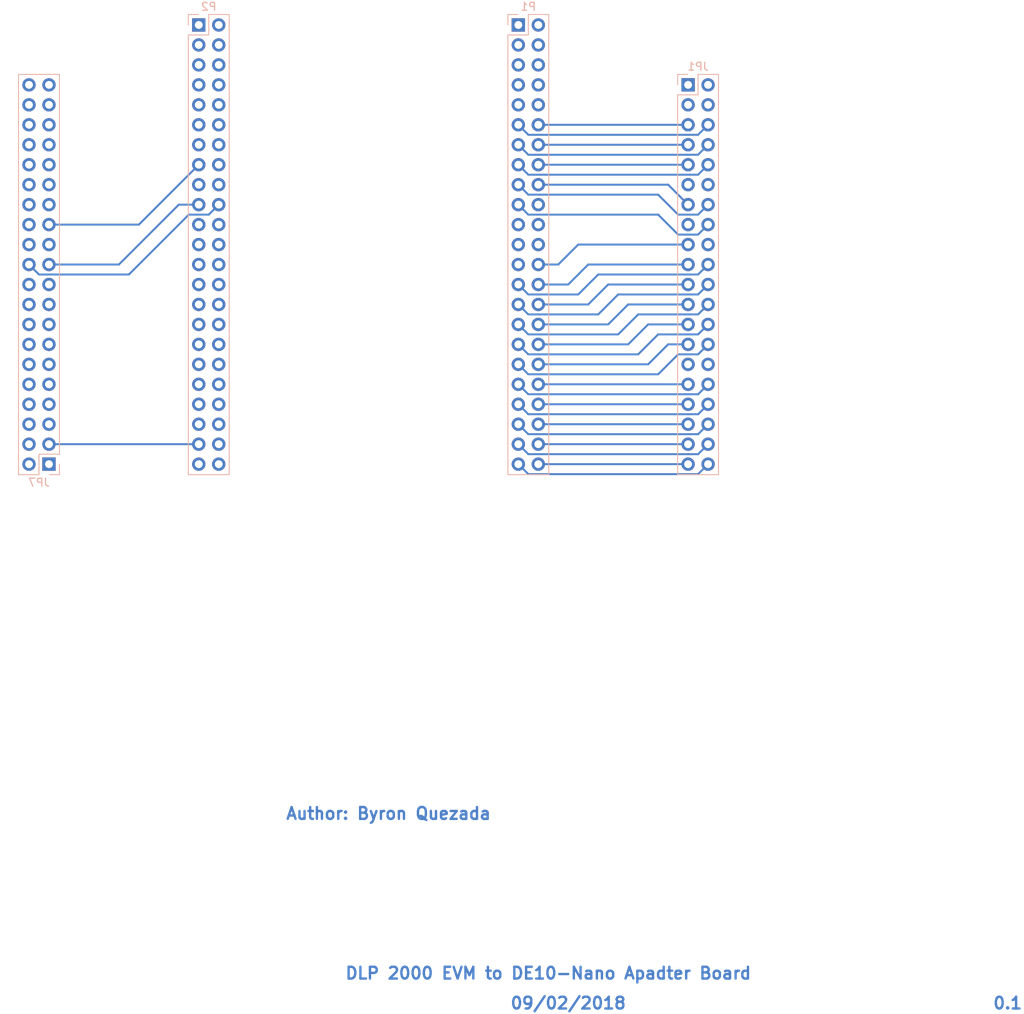
<source format=kicad_pcb>
(kicad_pcb (version 4) (host pcbnew 4.0.6)

  (general
    (links 46)
    (no_connects 12)
    (area 142.286667 65.275 272.295714 194.39)
    (thickness 1.6)
    (drawings 4)
    (tracks 98)
    (zones 0)
    (modules 4)
    (nets 127)
  )

  (page A4)
  (layers
    (0 F.Cu signal)
    (31 B.Cu signal)
    (32 B.Adhes user)
    (33 F.Adhes user hide)
    (34 B.Paste user)
    (35 F.Paste user hide)
    (36 B.SilkS user)
    (37 F.SilkS user hide)
    (38 B.Mask user)
    (39 F.Mask user hide)
    (40 Dwgs.User user)
    (41 Cmts.User user)
    (42 Eco1.User user)
    (43 Eco2.User user)
    (44 Edge.Cuts user)
    (45 Margin user)
    (46 B.CrtYd user)
    (47 F.CrtYd user hide)
    (48 B.Fab user)
    (49 F.Fab user hide)
  )

  (setup
    (last_trace_width 0.25)
    (trace_clearance 0.2)
    (zone_clearance 0.508)
    (zone_45_only no)
    (trace_min 0.2)
    (segment_width 0.2)
    (edge_width 0.15)
    (via_size 0.6)
    (via_drill 0.4)
    (via_min_size 0.4)
    (via_min_drill 0.3)
    (uvia_size 0.3)
    (uvia_drill 0.1)
    (uvias_allowed no)
    (uvia_min_size 0.2)
    (uvia_min_drill 0.1)
    (pcb_text_width 0.3)
    (pcb_text_size 1.5 1.5)
    (mod_edge_width 0.15)
    (mod_text_size 1 1)
    (mod_text_width 0.15)
    (pad_size 1.524 1.524)
    (pad_drill 0.762)
    (pad_to_mask_clearance 0.2)
    (aux_axis_origin 0 0)
    (visible_elements 7FFFFFFF)
    (pcbplotparams
      (layerselection 0x00030_80000001)
      (usegerberextensions false)
      (excludeedgelayer true)
      (linewidth 0.100000)
      (plotframeref false)
      (viasonmask false)
      (mode 1)
      (useauxorigin false)
      (hpglpennumber 1)
      (hpglpenspeed 20)
      (hpglpendiameter 15)
      (hpglpenoverlay 2)
      (psnegative false)
      (psa4output false)
      (plotreference true)
      (plotvalue true)
      (plotinvisibletext false)
      (padsonsilk false)
      (subtractmaskfromsilk false)
      (outputformat 1)
      (mirror false)
      (drillshape 1)
      (scaleselection 1)
      (outputdirectory ""))
  )

  (net 0 "")
  (net 1 "Net-(JP1-Pad1)")
  (net 2 "Net-(JP1-Pad2)")
  (net 3 "Net-(JP1-Pad3)")
  (net 4 "Net-(JP1-Pad4)")
  (net 5 /Data[19])
  (net 6 /Data[18])
  (net 7 /Data[21])
  (net 8 /Data[22])
  (net 9 /Data[17])
  (net 10 /Data[16])
  (net 11 VCC5)
  (net 12 GND)
  (net 13 GPIO5)
  (net 14 /Data[20])
  (net 15 "Net-(JP1-Pad15)")
  (net 16 /Data[23])
  (net 17 GPIO_INIT_DONE)
  (net 18 "Net-(JP1-Pad18)")
  (net 19 PCLK)
  (net 20 VSYNC)
  (net 21 DATAEN)
  (net 22 HSYNC)
  (net 23 /Data[15])
  (net 24 /Data[14])
  (net 25 /Data[11])
  (net 26 /Data[13])
  (net 27 /Data[10])
  (net 28 /Data[12])
  (net 29 VCC3P3)
  (net 30 /Data[9])
  (net 31 /Data[8])
  (net 32 /Data[7])
  (net 33 /Data[6])
  (net 34 /Data[5])
  (net 35 /Data[4])
  (net 36 /Data[3])
  (net 37 /Data[2])
  (net 38 /Data[1])
  (net 39 /Data[0])
  (net 40 "Net-(P1-Pad1)")
  (net 41 "Net-(P1-Pad2)")
  (net 42 "Net-(P1-Pad3)")
  (net 43 "Net-(P1-Pad4)")
  (net 44 "Net-(P1-Pad5)")
  (net 45 "Net-(P1-Pad6)")
  (net 46 "Net-(P1-Pad7)")
  (net 47 "Net-(P1-Pad8)")
  (net 48 "Net-(P1-Pad9)")
  (net 49 "Net-(P1-Pad10)")
  (net 50 "Net-(P1-Pad20)")
  (net 51 "Net-(P1-Pad21)")
  (net 52 "Net-(P1-Pad22)")
  (net 53 "Net-(P1-Pad23)")
  (net 54 "Net-(P1-Pad24)")
  (net 55 "Net-(P1-Pad25)")
  (net 56 "Net-(JP7-Pad1)")
  (net 57 "Net-(JP7-Pad2)")
  (net 58 HOST_PRESENT)
  (net 59 "Net-(JP7-Pad4)")
  (net 60 "Net-(JP7-Pad5)")
  (net 61 "Net-(JP7-Pad6)")
  (net 62 "Net-(JP7-Pad7)")
  (net 63 "Net-(JP7-Pad8)")
  (net 64 "Net-(JP7-Pad9)")
  (net 65 "Net-(JP7-Pad10)")
  (net 66 "Net-(JP7-Pad13)")
  (net 67 "Net-(JP7-Pad14)")
  (net 68 "Net-(JP7-Pad15)")
  (net 69 "Net-(JP7-Pad16)")
  (net 70 "Net-(JP7-Pad17)")
  (net 71 "Net-(JP7-Pad18)")
  (net 72 "Net-(JP7-Pad19)")
  (net 73 "Net-(JP7-Pad20)")
  (net 74 EXT_SCL)
  (net 75 EXT_SDA)
  (net 76 "Net-(JP7-Pad23)")
  (net 77 "Net-(JP7-Pad24)")
  (net 78 PROJ_ON_EXT)
  (net 79 "Net-(JP7-Pad26)")
  (net 80 "Net-(JP7-Pad27)")
  (net 81 "Net-(JP7-Pad28)")
  (net 82 "Net-(JP7-Pad31)")
  (net 83 "Net-(JP7-Pad32)")
  (net 84 "Net-(JP7-Pad33)")
  (net 85 "Net-(JP7-Pad34)")
  (net 86 "Net-(JP7-Pad35)")
  (net 87 "Net-(JP7-Pad36)")
  (net 88 "Net-(JP7-Pad37)")
  (net 89 "Net-(JP7-Pad38)")
  (net 90 "Net-(JP7-Pad39)")
  (net 91 "Net-(JP7-Pad40)")
  (net 92 "Net-(P2-Pad5)")
  (net 93 "Net-(P2-Pad6)")
  (net 94 "Net-(P2-Pad7)")
  (net 95 "Net-(P2-Pad8)")
  (net 96 "Net-(P2-Pad9)")
  (net 97 "Net-(P2-Pad10)")
  (net 98 "Net-(P2-Pad11)")
  (net 99 "Net-(P2-Pad12)")
  (net 100 "Net-(P2-Pad13)")
  (net 101 "Net-(P2-Pad14)")
  (net 102 "Net-(P2-Pad16)")
  (net 103 "Net-(P2-Pad17)")
  (net 104 "Net-(P2-Pad18)")
  (net 105 "Net-(P2-Pad21)")
  (net 106 "Net-(P2-Pad22)")
  (net 107 "Net-(P2-Pad23)")
  (net 108 "Net-(P2-Pad24)")
  (net 109 "Net-(P2-Pad25)")
  (net 110 "Net-(P2-Pad26)")
  (net 111 "Net-(P2-Pad27)")
  (net 112 "Net-(P2-Pad28)")
  (net 113 "Net-(P2-Pad29)")
  (net 114 "Net-(P2-Pad30)")
  (net 115 "Net-(P2-Pad31)")
  (net 116 "Net-(P2-Pad32)")
  (net 117 "Net-(P2-Pad33)")
  (net 118 "Net-(P2-Pad34)")
  (net 119 "Net-(P2-Pad35)")
  (net 120 "Net-(P2-Pad36)")
  (net 121 "Net-(P2-Pad37)")
  (net 122 "Net-(P2-Pad38)")
  (net 123 "Net-(P2-Pad39)")
  (net 124 "Net-(P2-Pad40)")
  (net 125 "Net-(P2-Pad41)")
  (net 126 "Net-(P2-Pad42)")

  (net_class Default "Esta es la clase de red por defecto."
    (clearance 0.2)
    (trace_width 0.25)
    (via_dia 0.6)
    (via_drill 0.4)
    (uvia_dia 0.3)
    (uvia_drill 0.1)
    (add_net /Data[0])
    (add_net /Data[10])
    (add_net /Data[11])
    (add_net /Data[12])
    (add_net /Data[13])
    (add_net /Data[14])
    (add_net /Data[15])
    (add_net /Data[16])
    (add_net /Data[17])
    (add_net /Data[18])
    (add_net /Data[19])
    (add_net /Data[1])
    (add_net /Data[20])
    (add_net /Data[21])
    (add_net /Data[22])
    (add_net /Data[23])
    (add_net /Data[2])
    (add_net /Data[3])
    (add_net /Data[4])
    (add_net /Data[5])
    (add_net /Data[6])
    (add_net /Data[7])
    (add_net /Data[8])
    (add_net /Data[9])
    (add_net DATAEN)
    (add_net EXT_SCL)
    (add_net EXT_SDA)
    (add_net GND)
    (add_net GPIO5)
    (add_net GPIO_INIT_DONE)
    (add_net HOST_PRESENT)
    (add_net HSYNC)
    (add_net "Net-(JP1-Pad1)")
    (add_net "Net-(JP1-Pad15)")
    (add_net "Net-(JP1-Pad18)")
    (add_net "Net-(JP1-Pad2)")
    (add_net "Net-(JP1-Pad3)")
    (add_net "Net-(JP1-Pad4)")
    (add_net "Net-(JP7-Pad1)")
    (add_net "Net-(JP7-Pad10)")
    (add_net "Net-(JP7-Pad13)")
    (add_net "Net-(JP7-Pad14)")
    (add_net "Net-(JP7-Pad15)")
    (add_net "Net-(JP7-Pad16)")
    (add_net "Net-(JP7-Pad17)")
    (add_net "Net-(JP7-Pad18)")
    (add_net "Net-(JP7-Pad19)")
    (add_net "Net-(JP7-Pad2)")
    (add_net "Net-(JP7-Pad20)")
    (add_net "Net-(JP7-Pad23)")
    (add_net "Net-(JP7-Pad24)")
    (add_net "Net-(JP7-Pad26)")
    (add_net "Net-(JP7-Pad27)")
    (add_net "Net-(JP7-Pad28)")
    (add_net "Net-(JP7-Pad31)")
    (add_net "Net-(JP7-Pad32)")
    (add_net "Net-(JP7-Pad33)")
    (add_net "Net-(JP7-Pad34)")
    (add_net "Net-(JP7-Pad35)")
    (add_net "Net-(JP7-Pad36)")
    (add_net "Net-(JP7-Pad37)")
    (add_net "Net-(JP7-Pad38)")
    (add_net "Net-(JP7-Pad39)")
    (add_net "Net-(JP7-Pad4)")
    (add_net "Net-(JP7-Pad40)")
    (add_net "Net-(JP7-Pad5)")
    (add_net "Net-(JP7-Pad6)")
    (add_net "Net-(JP7-Pad7)")
    (add_net "Net-(JP7-Pad8)")
    (add_net "Net-(JP7-Pad9)")
    (add_net "Net-(P1-Pad1)")
    (add_net "Net-(P1-Pad10)")
    (add_net "Net-(P1-Pad2)")
    (add_net "Net-(P1-Pad20)")
    (add_net "Net-(P1-Pad21)")
    (add_net "Net-(P1-Pad22)")
    (add_net "Net-(P1-Pad23)")
    (add_net "Net-(P1-Pad24)")
    (add_net "Net-(P1-Pad25)")
    (add_net "Net-(P1-Pad3)")
    (add_net "Net-(P1-Pad4)")
    (add_net "Net-(P1-Pad5)")
    (add_net "Net-(P1-Pad6)")
    (add_net "Net-(P1-Pad7)")
    (add_net "Net-(P1-Pad8)")
    (add_net "Net-(P1-Pad9)")
    (add_net "Net-(P2-Pad10)")
    (add_net "Net-(P2-Pad11)")
    (add_net "Net-(P2-Pad12)")
    (add_net "Net-(P2-Pad13)")
    (add_net "Net-(P2-Pad14)")
    (add_net "Net-(P2-Pad16)")
    (add_net "Net-(P2-Pad17)")
    (add_net "Net-(P2-Pad18)")
    (add_net "Net-(P2-Pad21)")
    (add_net "Net-(P2-Pad22)")
    (add_net "Net-(P2-Pad23)")
    (add_net "Net-(P2-Pad24)")
    (add_net "Net-(P2-Pad25)")
    (add_net "Net-(P2-Pad26)")
    (add_net "Net-(P2-Pad27)")
    (add_net "Net-(P2-Pad28)")
    (add_net "Net-(P2-Pad29)")
    (add_net "Net-(P2-Pad30)")
    (add_net "Net-(P2-Pad31)")
    (add_net "Net-(P2-Pad32)")
    (add_net "Net-(P2-Pad33)")
    (add_net "Net-(P2-Pad34)")
    (add_net "Net-(P2-Pad35)")
    (add_net "Net-(P2-Pad36)")
    (add_net "Net-(P2-Pad37)")
    (add_net "Net-(P2-Pad38)")
    (add_net "Net-(P2-Pad39)")
    (add_net "Net-(P2-Pad40)")
    (add_net "Net-(P2-Pad41)")
    (add_net "Net-(P2-Pad42)")
    (add_net "Net-(P2-Pad5)")
    (add_net "Net-(P2-Pad6)")
    (add_net "Net-(P2-Pad7)")
    (add_net "Net-(P2-Pad8)")
    (add_net "Net-(P2-Pad9)")
    (add_net PCLK)
    (add_net PROJ_ON_EXT)
    (add_net VCC3P3)
    (add_net VCC5)
    (add_net VSYNC)
  )

  (module Socket_Strips:Socket_Strip_Straight_2x20_Pitch2.54mm (layer B.Cu) (tedit 58CD544A) (tstamp 5A7DDE64)
    (at 229.87 76.2 180)
    (descr "Through hole straight socket strip, 2x20, 2.54mm pitch, double rows")
    (tags "Through hole socket strip THT 2x20 2.54mm double row")
    (path /5A7D780A)
    (fp_text reference JP1 (at -1.27 2.33 180) (layer B.SilkS)
      (effects (font (size 1 1) (thickness 0.15)) (justify mirror))
    )
    (fp_text value CONN_02X20 (at -1.27 -50.59 180) (layer B.Fab)
      (effects (font (size 1 1) (thickness 0.15)) (justify mirror))
    )
    (fp_line (start -3.81 1.27) (end -3.81 -49.53) (layer B.Fab) (width 0.1))
    (fp_line (start -3.81 -49.53) (end 1.27 -49.53) (layer B.Fab) (width 0.1))
    (fp_line (start 1.27 -49.53) (end 1.27 1.27) (layer B.Fab) (width 0.1))
    (fp_line (start 1.27 1.27) (end -3.81 1.27) (layer B.Fab) (width 0.1))
    (fp_line (start 1.33 -1.27) (end 1.33 -49.59) (layer B.SilkS) (width 0.12))
    (fp_line (start 1.33 -49.59) (end -3.87 -49.59) (layer B.SilkS) (width 0.12))
    (fp_line (start -3.87 -49.59) (end -3.87 1.33) (layer B.SilkS) (width 0.12))
    (fp_line (start -3.87 1.33) (end -1.27 1.33) (layer B.SilkS) (width 0.12))
    (fp_line (start -1.27 1.33) (end -1.27 -1.27) (layer B.SilkS) (width 0.12))
    (fp_line (start -1.27 -1.27) (end 1.33 -1.27) (layer B.SilkS) (width 0.12))
    (fp_line (start 1.33 0) (end 1.33 1.33) (layer B.SilkS) (width 0.12))
    (fp_line (start 1.33 1.33) (end 0.06 1.33) (layer B.SilkS) (width 0.12))
    (fp_line (start -4.35 1.8) (end -4.35 -50.05) (layer B.CrtYd) (width 0.05))
    (fp_line (start -4.35 -50.05) (end 1.8 -50.05) (layer B.CrtYd) (width 0.05))
    (fp_line (start 1.8 -50.05) (end 1.8 1.8) (layer B.CrtYd) (width 0.05))
    (fp_line (start 1.8 1.8) (end -4.35 1.8) (layer B.CrtYd) (width 0.05))
    (fp_text user %R (at -1.27 2.33 180) (layer B.Fab)
      (effects (font (size 1 1) (thickness 0.15)) (justify mirror))
    )
    (pad 1 thru_hole rect (at 0 0 180) (size 1.7 1.7) (drill 1) (layers *.Cu *.Mask)
      (net 1 "Net-(JP1-Pad1)"))
    (pad 2 thru_hole oval (at -2.54 0 180) (size 1.7 1.7) (drill 1) (layers *.Cu *.Mask)
      (net 2 "Net-(JP1-Pad2)"))
    (pad 3 thru_hole oval (at 0 -2.54 180) (size 1.7 1.7) (drill 1) (layers *.Cu *.Mask)
      (net 3 "Net-(JP1-Pad3)"))
    (pad 4 thru_hole oval (at -2.54 -2.54 180) (size 1.7 1.7) (drill 1) (layers *.Cu *.Mask)
      (net 4 "Net-(JP1-Pad4)"))
    (pad 5 thru_hole oval (at 0 -5.08 180) (size 1.7 1.7) (drill 1) (layers *.Cu *.Mask)
      (net 5 /Data[19]))
    (pad 6 thru_hole oval (at -2.54 -5.08 180) (size 1.7 1.7) (drill 1) (layers *.Cu *.Mask)
      (net 6 /Data[18]))
    (pad 7 thru_hole oval (at 0 -7.62 180) (size 1.7 1.7) (drill 1) (layers *.Cu *.Mask)
      (net 7 /Data[21]))
    (pad 8 thru_hole oval (at -2.54 -7.62 180) (size 1.7 1.7) (drill 1) (layers *.Cu *.Mask)
      (net 8 /Data[22]))
    (pad 9 thru_hole oval (at 0 -10.16 180) (size 1.7 1.7) (drill 1) (layers *.Cu *.Mask)
      (net 9 /Data[17]))
    (pad 10 thru_hole oval (at -2.54 -10.16 180) (size 1.7 1.7) (drill 1) (layers *.Cu *.Mask)
      (net 10 /Data[16]))
    (pad 11 thru_hole oval (at 0 -12.7 180) (size 1.7 1.7) (drill 1) (layers *.Cu *.Mask)
      (net 11 VCC5))
    (pad 12 thru_hole oval (at -2.54 -12.7 180) (size 1.7 1.7) (drill 1) (layers *.Cu *.Mask)
      (net 12 GND))
    (pad 13 thru_hole oval (at 0 -15.24 180) (size 1.7 1.7) (drill 1) (layers *.Cu *.Mask)
      (net 13 GPIO5))
    (pad 14 thru_hole oval (at -2.54 -15.24 180) (size 1.7 1.7) (drill 1) (layers *.Cu *.Mask)
      (net 14 /Data[20]))
    (pad 15 thru_hole oval (at 0 -17.78 180) (size 1.7 1.7) (drill 1) (layers *.Cu *.Mask)
      (net 15 "Net-(JP1-Pad15)"))
    (pad 16 thru_hole oval (at -2.54 -17.78 180) (size 1.7 1.7) (drill 1) (layers *.Cu *.Mask)
      (net 16 /Data[23]))
    (pad 17 thru_hole oval (at 0 -20.32 180) (size 1.7 1.7) (drill 1) (layers *.Cu *.Mask)
      (net 17 GPIO_INIT_DONE))
    (pad 18 thru_hole oval (at -2.54 -20.32 180) (size 1.7 1.7) (drill 1) (layers *.Cu *.Mask)
      (net 18 "Net-(JP1-Pad18)"))
    (pad 19 thru_hole oval (at 0 -22.86 180) (size 1.7 1.7) (drill 1) (layers *.Cu *.Mask)
      (net 19 PCLK))
    (pad 20 thru_hole oval (at -2.54 -22.86 180) (size 1.7 1.7) (drill 1) (layers *.Cu *.Mask)
      (net 20 VSYNC))
    (pad 21 thru_hole oval (at 0 -25.4 180) (size 1.7 1.7) (drill 1) (layers *.Cu *.Mask)
      (net 21 DATAEN))
    (pad 22 thru_hole oval (at -2.54 -25.4 180) (size 1.7 1.7) (drill 1) (layers *.Cu *.Mask)
      (net 22 HSYNC))
    (pad 23 thru_hole oval (at 0 -27.94 180) (size 1.7 1.7) (drill 1) (layers *.Cu *.Mask)
      (net 23 /Data[15]))
    (pad 24 thru_hole oval (at -2.54 -27.94 180) (size 1.7 1.7) (drill 1) (layers *.Cu *.Mask)
      (net 24 /Data[14]))
    (pad 25 thru_hole oval (at 0 -30.48 180) (size 1.7 1.7) (drill 1) (layers *.Cu *.Mask)
      (net 25 /Data[11]))
    (pad 26 thru_hole oval (at -2.54 -30.48 180) (size 1.7 1.7) (drill 1) (layers *.Cu *.Mask)
      (net 26 /Data[13]))
    (pad 27 thru_hole oval (at 0 -33.02 180) (size 1.7 1.7) (drill 1) (layers *.Cu *.Mask)
      (net 27 /Data[10]))
    (pad 28 thru_hole oval (at -2.54 -33.02 180) (size 1.7 1.7) (drill 1) (layers *.Cu *.Mask)
      (net 28 /Data[12]))
    (pad 29 thru_hole oval (at 0 -35.56 180) (size 1.7 1.7) (drill 1) (layers *.Cu *.Mask)
      (net 29 VCC3P3))
    (pad 30 thru_hole oval (at -2.54 -35.56 180) (size 1.7 1.7) (drill 1) (layers *.Cu *.Mask)
      (net 12 GND))
    (pad 31 thru_hole oval (at 0 -38.1 180) (size 1.7 1.7) (drill 1) (layers *.Cu *.Mask)
      (net 30 /Data[9]))
    (pad 32 thru_hole oval (at -2.54 -38.1 180) (size 1.7 1.7) (drill 1) (layers *.Cu *.Mask)
      (net 31 /Data[8]))
    (pad 33 thru_hole oval (at 0 -40.64 180) (size 1.7 1.7) (drill 1) (layers *.Cu *.Mask)
      (net 32 /Data[7]))
    (pad 34 thru_hole oval (at -2.54 -40.64 180) (size 1.7 1.7) (drill 1) (layers *.Cu *.Mask)
      (net 33 /Data[6]))
    (pad 35 thru_hole oval (at 0 -43.18 180) (size 1.7 1.7) (drill 1) (layers *.Cu *.Mask)
      (net 34 /Data[5]))
    (pad 36 thru_hole oval (at -2.54 -43.18 180) (size 1.7 1.7) (drill 1) (layers *.Cu *.Mask)
      (net 35 /Data[4]))
    (pad 37 thru_hole oval (at 0 -45.72 180) (size 1.7 1.7) (drill 1) (layers *.Cu *.Mask)
      (net 36 /Data[3]))
    (pad 38 thru_hole oval (at -2.54 -45.72 180) (size 1.7 1.7) (drill 1) (layers *.Cu *.Mask)
      (net 37 /Data[2]))
    (pad 39 thru_hole oval (at 0 -48.26 180) (size 1.7 1.7) (drill 1) (layers *.Cu *.Mask)
      (net 38 /Data[1]))
    (pad 40 thru_hole oval (at -2.54 -48.26 180) (size 1.7 1.7) (drill 1) (layers *.Cu *.Mask)
      (net 39 /Data[0]))
    (model ${KISYS3DMOD}/Socket_Strips.3dshapes/Socket_Strip_Straight_2x20_Pitch2.54mm.wrl
      (at (xyz -0.05 -0.95 0))
      (scale (xyz 1 1 1))
      (rotate (xyz 0 0 270))
    )
  )

  (module Socket_Strips:Socket_Strip_Straight_2x23_Pitch2.54mm (layer B.Cu) (tedit 58CD544A) (tstamp 5A7DDE96)
    (at 208.28 68.58 180)
    (descr "Through hole straight socket strip, 2x23, 2.54mm pitch, double rows")
    (tags "Through hole socket strip THT 2x23 2.54mm double row")
    (path /5A7D7B7C)
    (fp_text reference P1 (at -1.27 2.33 180) (layer B.SilkS)
      (effects (font (size 1 1) (thickness 0.15)) (justify mirror))
    )
    (fp_text value CONN_02X23 (at -1.27 -58.21 180) (layer B.Fab)
      (effects (font (size 1 1) (thickness 0.15)) (justify mirror))
    )
    (fp_line (start -3.81 1.27) (end -3.81 -57.15) (layer B.Fab) (width 0.1))
    (fp_line (start -3.81 -57.15) (end 1.27 -57.15) (layer B.Fab) (width 0.1))
    (fp_line (start 1.27 -57.15) (end 1.27 1.27) (layer B.Fab) (width 0.1))
    (fp_line (start 1.27 1.27) (end -3.81 1.27) (layer B.Fab) (width 0.1))
    (fp_line (start 1.33 -1.27) (end 1.33 -57.21) (layer B.SilkS) (width 0.12))
    (fp_line (start 1.33 -57.21) (end -3.87 -57.21) (layer B.SilkS) (width 0.12))
    (fp_line (start -3.87 -57.21) (end -3.87 1.33) (layer B.SilkS) (width 0.12))
    (fp_line (start -3.87 1.33) (end -1.27 1.33) (layer B.SilkS) (width 0.12))
    (fp_line (start -1.27 1.33) (end -1.27 -1.27) (layer B.SilkS) (width 0.12))
    (fp_line (start -1.27 -1.27) (end 1.33 -1.27) (layer B.SilkS) (width 0.12))
    (fp_line (start 1.33 0) (end 1.33 1.33) (layer B.SilkS) (width 0.12))
    (fp_line (start 1.33 1.33) (end 0.06 1.33) (layer B.SilkS) (width 0.12))
    (fp_line (start -4.35 1.8) (end -4.35 -57.65) (layer B.CrtYd) (width 0.05))
    (fp_line (start -4.35 -57.65) (end 1.8 -57.65) (layer B.CrtYd) (width 0.05))
    (fp_line (start 1.8 -57.65) (end 1.8 1.8) (layer B.CrtYd) (width 0.05))
    (fp_line (start 1.8 1.8) (end -4.35 1.8) (layer B.CrtYd) (width 0.05))
    (fp_text user %R (at -1.27 2.33 180) (layer B.Fab)
      (effects (font (size 1 1) (thickness 0.15)) (justify mirror))
    )
    (pad 1 thru_hole rect (at 0 0 180) (size 1.7 1.7) (drill 1) (layers *.Cu *.Mask)
      (net 40 "Net-(P1-Pad1)"))
    (pad 2 thru_hole oval (at -2.54 0 180) (size 1.7 1.7) (drill 1) (layers *.Cu *.Mask)
      (net 41 "Net-(P1-Pad2)"))
    (pad 3 thru_hole oval (at 0 -2.54 180) (size 1.7 1.7) (drill 1) (layers *.Cu *.Mask)
      (net 42 "Net-(P1-Pad3)"))
    (pad 4 thru_hole oval (at -2.54 -2.54 180) (size 1.7 1.7) (drill 1) (layers *.Cu *.Mask)
      (net 43 "Net-(P1-Pad4)"))
    (pad 5 thru_hole oval (at 0 -5.08 180) (size 1.7 1.7) (drill 1) (layers *.Cu *.Mask)
      (net 44 "Net-(P1-Pad5)"))
    (pad 6 thru_hole oval (at -2.54 -5.08 180) (size 1.7 1.7) (drill 1) (layers *.Cu *.Mask)
      (net 45 "Net-(P1-Pad6)"))
    (pad 7 thru_hole oval (at 0 -7.62 180) (size 1.7 1.7) (drill 1) (layers *.Cu *.Mask)
      (net 46 "Net-(P1-Pad7)"))
    (pad 8 thru_hole oval (at -2.54 -7.62 180) (size 1.7 1.7) (drill 1) (layers *.Cu *.Mask)
      (net 47 "Net-(P1-Pad8)"))
    (pad 9 thru_hole oval (at 0 -10.16 180) (size 1.7 1.7) (drill 1) (layers *.Cu *.Mask)
      (net 48 "Net-(P1-Pad9)"))
    (pad 10 thru_hole oval (at -2.54 -10.16 180) (size 1.7 1.7) (drill 1) (layers *.Cu *.Mask)
      (net 49 "Net-(P1-Pad10)"))
    (pad 11 thru_hole oval (at 0 -12.7 180) (size 1.7 1.7) (drill 1) (layers *.Cu *.Mask)
      (net 6 /Data[18]))
    (pad 12 thru_hole oval (at -2.54 -12.7 180) (size 1.7 1.7) (drill 1) (layers *.Cu *.Mask)
      (net 5 /Data[19]))
    (pad 13 thru_hole oval (at 0 -15.24 180) (size 1.7 1.7) (drill 1) (layers *.Cu *.Mask)
      (net 8 /Data[22]))
    (pad 14 thru_hole oval (at -2.54 -15.24 180) (size 1.7 1.7) (drill 1) (layers *.Cu *.Mask)
      (net 7 /Data[21]))
    (pad 15 thru_hole oval (at 0 -17.78 180) (size 1.7 1.7) (drill 1) (layers *.Cu *.Mask)
      (net 10 /Data[16]))
    (pad 16 thru_hole oval (at -2.54 -17.78 180) (size 1.7 1.7) (drill 1) (layers *.Cu *.Mask)
      (net 9 /Data[17]))
    (pad 17 thru_hole oval (at 0 -20.32 180) (size 1.7 1.7) (drill 1) (layers *.Cu *.Mask)
      (net 14 /Data[20]))
    (pad 18 thru_hole oval (at -2.54 -20.32 180) (size 1.7 1.7) (drill 1) (layers *.Cu *.Mask)
      (net 13 GPIO5))
    (pad 19 thru_hole oval (at 0 -22.86 180) (size 1.7 1.7) (drill 1) (layers *.Cu *.Mask)
      (net 16 /Data[23]))
    (pad 20 thru_hole oval (at -2.54 -22.86 180) (size 1.7 1.7) (drill 1) (layers *.Cu *.Mask)
      (net 50 "Net-(P1-Pad20)"))
    (pad 21 thru_hole oval (at 0 -25.4 180) (size 1.7 1.7) (drill 1) (layers *.Cu *.Mask)
      (net 51 "Net-(P1-Pad21)"))
    (pad 22 thru_hole oval (at -2.54 -25.4 180) (size 1.7 1.7) (drill 1) (layers *.Cu *.Mask)
      (net 52 "Net-(P1-Pad22)"))
    (pad 23 thru_hole oval (at 0 -27.94 180) (size 1.7 1.7) (drill 1) (layers *.Cu *.Mask)
      (net 53 "Net-(P1-Pad23)"))
    (pad 24 thru_hole oval (at -2.54 -27.94 180) (size 1.7 1.7) (drill 1) (layers *.Cu *.Mask)
      (net 54 "Net-(P1-Pad24)"))
    (pad 25 thru_hole oval (at 0 -30.48 180) (size 1.7 1.7) (drill 1) (layers *.Cu *.Mask)
      (net 55 "Net-(P1-Pad25)"))
    (pad 26 thru_hole oval (at -2.54 -30.48 180) (size 1.7 1.7) (drill 1) (layers *.Cu *.Mask)
      (net 17 GPIO_INIT_DONE))
    (pad 27 thru_hole oval (at 0 -33.02 180) (size 1.7 1.7) (drill 1) (layers *.Cu *.Mask)
      (net 20 VSYNC))
    (pad 28 thru_hole oval (at -2.54 -33.02 180) (size 1.7 1.7) (drill 1) (layers *.Cu *.Mask)
      (net 19 PCLK))
    (pad 29 thru_hole oval (at 0 -35.56 180) (size 1.7 1.7) (drill 1) (layers *.Cu *.Mask)
      (net 22 HSYNC))
    (pad 30 thru_hole oval (at -2.54 -35.56 180) (size 1.7 1.7) (drill 1) (layers *.Cu *.Mask)
      (net 21 DATAEN))
    (pad 31 thru_hole oval (at 0 -38.1 180) (size 1.7 1.7) (drill 1) (layers *.Cu *.Mask)
      (net 24 /Data[14]))
    (pad 32 thru_hole oval (at -2.54 -38.1 180) (size 1.7 1.7) (drill 1) (layers *.Cu *.Mask)
      (net 23 /Data[15]))
    (pad 33 thru_hole oval (at 0 -40.64 180) (size 1.7 1.7) (drill 1) (layers *.Cu *.Mask)
      (net 26 /Data[13]))
    (pad 34 thru_hole oval (at -2.54 -40.64 180) (size 1.7 1.7) (drill 1) (layers *.Cu *.Mask)
      (net 25 /Data[11]))
    (pad 35 thru_hole oval (at 0 -43.18 180) (size 1.7 1.7) (drill 1) (layers *.Cu *.Mask)
      (net 28 /Data[12]))
    (pad 36 thru_hole oval (at -2.54 -43.18 180) (size 1.7 1.7) (drill 1) (layers *.Cu *.Mask)
      (net 27 /Data[10]))
    (pad 37 thru_hole oval (at 0 -45.72 180) (size 1.7 1.7) (drill 1) (layers *.Cu *.Mask)
      (net 31 /Data[8]))
    (pad 38 thru_hole oval (at -2.54 -45.72 180) (size 1.7 1.7) (drill 1) (layers *.Cu *.Mask)
      (net 30 /Data[9]))
    (pad 39 thru_hole oval (at 0 -48.26 180) (size 1.7 1.7) (drill 1) (layers *.Cu *.Mask)
      (net 33 /Data[6]))
    (pad 40 thru_hole oval (at -2.54 -48.26 180) (size 1.7 1.7) (drill 1) (layers *.Cu *.Mask)
      (net 32 /Data[7]))
    (pad 41 thru_hole oval (at 0 -50.8 180) (size 1.7 1.7) (drill 1) (layers *.Cu *.Mask)
      (net 35 /Data[4]))
    (pad 42 thru_hole oval (at -2.54 -50.8 180) (size 1.7 1.7) (drill 1) (layers *.Cu *.Mask)
      (net 34 /Data[5]))
    (pad 43 thru_hole oval (at 0 -53.34 180) (size 1.7 1.7) (drill 1) (layers *.Cu *.Mask)
      (net 37 /Data[2]))
    (pad 44 thru_hole oval (at -2.54 -53.34 180) (size 1.7 1.7) (drill 1) (layers *.Cu *.Mask)
      (net 36 /Data[3]))
    (pad 45 thru_hole oval (at 0 -55.88 180) (size 1.7 1.7) (drill 1) (layers *.Cu *.Mask)
      (net 39 /Data[0]))
    (pad 46 thru_hole oval (at -2.54 -55.88 180) (size 1.7 1.7) (drill 1) (layers *.Cu *.Mask)
      (net 38 /Data[1]))
    (model ${KISYS3DMOD}/Socket_Strips.3dshapes/Socket_Strip_Straight_2x23_Pitch2.54mm.wrl
      (at (xyz -0.05 -1.1 0))
      (scale (xyz 1 1 1))
      (rotate (xyz 0 0 270))
    )
  )

  (module Socket_Strips:Socket_Strip_Straight_2x20_Pitch2.54mm (layer B.Cu) (tedit 58CD544A) (tstamp 5A7EFE09)
    (at 148.59 124.46)
    (descr "Through hole straight socket strip, 2x20, 2.54mm pitch, double rows")
    (tags "Through hole socket strip THT 2x20 2.54mm double row")
    (path /5A7F1721)
    (fp_text reference JP7 (at -1.27 2.33) (layer B.SilkS)
      (effects (font (size 1 1) (thickness 0.15)) (justify mirror))
    )
    (fp_text value CONN_02X20 (at -1.27 -50.59) (layer B.Fab)
      (effects (font (size 1 1) (thickness 0.15)) (justify mirror))
    )
    (fp_line (start -3.81 1.27) (end -3.81 -49.53) (layer B.Fab) (width 0.1))
    (fp_line (start -3.81 -49.53) (end 1.27 -49.53) (layer B.Fab) (width 0.1))
    (fp_line (start 1.27 -49.53) (end 1.27 1.27) (layer B.Fab) (width 0.1))
    (fp_line (start 1.27 1.27) (end -3.81 1.27) (layer B.Fab) (width 0.1))
    (fp_line (start 1.33 -1.27) (end 1.33 -49.59) (layer B.SilkS) (width 0.12))
    (fp_line (start 1.33 -49.59) (end -3.87 -49.59) (layer B.SilkS) (width 0.12))
    (fp_line (start -3.87 -49.59) (end -3.87 1.33) (layer B.SilkS) (width 0.12))
    (fp_line (start -3.87 1.33) (end -1.27 1.33) (layer B.SilkS) (width 0.12))
    (fp_line (start -1.27 1.33) (end -1.27 -1.27) (layer B.SilkS) (width 0.12))
    (fp_line (start -1.27 -1.27) (end 1.33 -1.27) (layer B.SilkS) (width 0.12))
    (fp_line (start 1.33 0) (end 1.33 1.33) (layer B.SilkS) (width 0.12))
    (fp_line (start 1.33 1.33) (end 0.06 1.33) (layer B.SilkS) (width 0.12))
    (fp_line (start -4.35 1.8) (end -4.35 -50.05) (layer B.CrtYd) (width 0.05))
    (fp_line (start -4.35 -50.05) (end 1.8 -50.05) (layer B.CrtYd) (width 0.05))
    (fp_line (start 1.8 -50.05) (end 1.8 1.8) (layer B.CrtYd) (width 0.05))
    (fp_line (start 1.8 1.8) (end -4.35 1.8) (layer B.CrtYd) (width 0.05))
    (fp_text user %R (at -1.27 2.33) (layer B.Fab)
      (effects (font (size 1 1) (thickness 0.15)) (justify mirror))
    )
    (pad 1 thru_hole rect (at 0 0) (size 1.7 1.7) (drill 1) (layers *.Cu *.Mask)
      (net 56 "Net-(JP7-Pad1)"))
    (pad 2 thru_hole oval (at -2.54 0) (size 1.7 1.7) (drill 1) (layers *.Cu *.Mask)
      (net 57 "Net-(JP7-Pad2)"))
    (pad 3 thru_hole oval (at 0 -2.54) (size 1.7 1.7) (drill 1) (layers *.Cu *.Mask)
      (net 58 HOST_PRESENT))
    (pad 4 thru_hole oval (at -2.54 -2.54) (size 1.7 1.7) (drill 1) (layers *.Cu *.Mask)
      (net 59 "Net-(JP7-Pad4)"))
    (pad 5 thru_hole oval (at 0 -5.08) (size 1.7 1.7) (drill 1) (layers *.Cu *.Mask)
      (net 60 "Net-(JP7-Pad5)"))
    (pad 6 thru_hole oval (at -2.54 -5.08) (size 1.7 1.7) (drill 1) (layers *.Cu *.Mask)
      (net 61 "Net-(JP7-Pad6)"))
    (pad 7 thru_hole oval (at 0 -7.62) (size 1.7 1.7) (drill 1) (layers *.Cu *.Mask)
      (net 62 "Net-(JP7-Pad7)"))
    (pad 8 thru_hole oval (at -2.54 -7.62) (size 1.7 1.7) (drill 1) (layers *.Cu *.Mask)
      (net 63 "Net-(JP7-Pad8)"))
    (pad 9 thru_hole oval (at 0 -10.16) (size 1.7 1.7) (drill 1) (layers *.Cu *.Mask)
      (net 64 "Net-(JP7-Pad9)"))
    (pad 10 thru_hole oval (at -2.54 -10.16) (size 1.7 1.7) (drill 1) (layers *.Cu *.Mask)
      (net 65 "Net-(JP7-Pad10)"))
    (pad 11 thru_hole oval (at 0 -12.7) (size 1.7 1.7) (drill 1) (layers *.Cu *.Mask)
      (net 11 VCC5))
    (pad 12 thru_hole oval (at -2.54 -12.7) (size 1.7 1.7) (drill 1) (layers *.Cu *.Mask)
      (net 12 GND))
    (pad 13 thru_hole oval (at 0 -15.24) (size 1.7 1.7) (drill 1) (layers *.Cu *.Mask)
      (net 66 "Net-(JP7-Pad13)"))
    (pad 14 thru_hole oval (at -2.54 -15.24) (size 1.7 1.7) (drill 1) (layers *.Cu *.Mask)
      (net 67 "Net-(JP7-Pad14)"))
    (pad 15 thru_hole oval (at 0 -17.78) (size 1.7 1.7) (drill 1) (layers *.Cu *.Mask)
      (net 68 "Net-(JP7-Pad15)"))
    (pad 16 thru_hole oval (at -2.54 -17.78) (size 1.7 1.7) (drill 1) (layers *.Cu *.Mask)
      (net 69 "Net-(JP7-Pad16)"))
    (pad 17 thru_hole oval (at 0 -20.32) (size 1.7 1.7) (drill 1) (layers *.Cu *.Mask)
      (net 70 "Net-(JP7-Pad17)"))
    (pad 18 thru_hole oval (at -2.54 -20.32) (size 1.7 1.7) (drill 1) (layers *.Cu *.Mask)
      (net 71 "Net-(JP7-Pad18)"))
    (pad 19 thru_hole oval (at 0 -22.86) (size 1.7 1.7) (drill 1) (layers *.Cu *.Mask)
      (net 72 "Net-(JP7-Pad19)"))
    (pad 20 thru_hole oval (at -2.54 -22.86) (size 1.7 1.7) (drill 1) (layers *.Cu *.Mask)
      (net 73 "Net-(JP7-Pad20)"))
    (pad 21 thru_hole oval (at 0 -25.4) (size 1.7 1.7) (drill 1) (layers *.Cu *.Mask)
      (net 74 EXT_SCL))
    (pad 22 thru_hole oval (at -2.54 -25.4) (size 1.7 1.7) (drill 1) (layers *.Cu *.Mask)
      (net 75 EXT_SDA))
    (pad 23 thru_hole oval (at 0 -27.94) (size 1.7 1.7) (drill 1) (layers *.Cu *.Mask)
      (net 76 "Net-(JP7-Pad23)"))
    (pad 24 thru_hole oval (at -2.54 -27.94) (size 1.7 1.7) (drill 1) (layers *.Cu *.Mask)
      (net 77 "Net-(JP7-Pad24)"))
    (pad 25 thru_hole oval (at 0 -30.48) (size 1.7 1.7) (drill 1) (layers *.Cu *.Mask)
      (net 78 PROJ_ON_EXT))
    (pad 26 thru_hole oval (at -2.54 -30.48) (size 1.7 1.7) (drill 1) (layers *.Cu *.Mask)
      (net 79 "Net-(JP7-Pad26)"))
    (pad 27 thru_hole oval (at 0 -33.02) (size 1.7 1.7) (drill 1) (layers *.Cu *.Mask)
      (net 80 "Net-(JP7-Pad27)"))
    (pad 28 thru_hole oval (at -2.54 -33.02) (size 1.7 1.7) (drill 1) (layers *.Cu *.Mask)
      (net 81 "Net-(JP7-Pad28)"))
    (pad 29 thru_hole oval (at 0 -35.56) (size 1.7 1.7) (drill 1) (layers *.Cu *.Mask)
      (net 29 VCC3P3))
    (pad 30 thru_hole oval (at -2.54 -35.56) (size 1.7 1.7) (drill 1) (layers *.Cu *.Mask)
      (net 12 GND))
    (pad 31 thru_hole oval (at 0 -38.1) (size 1.7 1.7) (drill 1) (layers *.Cu *.Mask)
      (net 82 "Net-(JP7-Pad31)"))
    (pad 32 thru_hole oval (at -2.54 -38.1) (size 1.7 1.7) (drill 1) (layers *.Cu *.Mask)
      (net 83 "Net-(JP7-Pad32)"))
    (pad 33 thru_hole oval (at 0 -40.64) (size 1.7 1.7) (drill 1) (layers *.Cu *.Mask)
      (net 84 "Net-(JP7-Pad33)"))
    (pad 34 thru_hole oval (at -2.54 -40.64) (size 1.7 1.7) (drill 1) (layers *.Cu *.Mask)
      (net 85 "Net-(JP7-Pad34)"))
    (pad 35 thru_hole oval (at 0 -43.18) (size 1.7 1.7) (drill 1) (layers *.Cu *.Mask)
      (net 86 "Net-(JP7-Pad35)"))
    (pad 36 thru_hole oval (at -2.54 -43.18) (size 1.7 1.7) (drill 1) (layers *.Cu *.Mask)
      (net 87 "Net-(JP7-Pad36)"))
    (pad 37 thru_hole oval (at 0 -45.72) (size 1.7 1.7) (drill 1) (layers *.Cu *.Mask)
      (net 88 "Net-(JP7-Pad37)"))
    (pad 38 thru_hole oval (at -2.54 -45.72) (size 1.7 1.7) (drill 1) (layers *.Cu *.Mask)
      (net 89 "Net-(JP7-Pad38)"))
    (pad 39 thru_hole oval (at 0 -48.26) (size 1.7 1.7) (drill 1) (layers *.Cu *.Mask)
      (net 90 "Net-(JP7-Pad39)"))
    (pad 40 thru_hole oval (at -2.54 -48.26) (size 1.7 1.7) (drill 1) (layers *.Cu *.Mask)
      (net 91 "Net-(JP7-Pad40)"))
    (model ${KISYS3DMOD}/Socket_Strips.3dshapes/Socket_Strip_Straight_2x20_Pitch2.54mm.wrl
      (at (xyz -0.05 -0.95 0))
      (scale (xyz 1 1 1))
      (rotate (xyz 0 0 270))
    )
  )

  (module Socket_Strips:Socket_Strip_Straight_2x23_Pitch2.54mm (layer B.Cu) (tedit 58CD544A) (tstamp 5A7EFE3B)
    (at 167.64 68.58 180)
    (descr "Through hole straight socket strip, 2x23, 2.54mm pitch, double rows")
    (tags "Through hole socket strip THT 2x23 2.54mm double row")
    (path /5A7F1727)
    (fp_text reference P2 (at -1.27 2.33 180) (layer B.SilkS)
      (effects (font (size 1 1) (thickness 0.15)) (justify mirror))
    )
    (fp_text value CONN_02X23 (at -1.27 -58.21 180) (layer B.Fab)
      (effects (font (size 1 1) (thickness 0.15)) (justify mirror))
    )
    (fp_line (start -3.81 1.27) (end -3.81 -57.15) (layer B.Fab) (width 0.1))
    (fp_line (start -3.81 -57.15) (end 1.27 -57.15) (layer B.Fab) (width 0.1))
    (fp_line (start 1.27 -57.15) (end 1.27 1.27) (layer B.Fab) (width 0.1))
    (fp_line (start 1.27 1.27) (end -3.81 1.27) (layer B.Fab) (width 0.1))
    (fp_line (start 1.33 -1.27) (end 1.33 -57.21) (layer B.SilkS) (width 0.12))
    (fp_line (start 1.33 -57.21) (end -3.87 -57.21) (layer B.SilkS) (width 0.12))
    (fp_line (start -3.87 -57.21) (end -3.87 1.33) (layer B.SilkS) (width 0.12))
    (fp_line (start -3.87 1.33) (end -1.27 1.33) (layer B.SilkS) (width 0.12))
    (fp_line (start -1.27 1.33) (end -1.27 -1.27) (layer B.SilkS) (width 0.12))
    (fp_line (start -1.27 -1.27) (end 1.33 -1.27) (layer B.SilkS) (width 0.12))
    (fp_line (start 1.33 0) (end 1.33 1.33) (layer B.SilkS) (width 0.12))
    (fp_line (start 1.33 1.33) (end 0.06 1.33) (layer B.SilkS) (width 0.12))
    (fp_line (start -4.35 1.8) (end -4.35 -57.65) (layer B.CrtYd) (width 0.05))
    (fp_line (start -4.35 -57.65) (end 1.8 -57.65) (layer B.CrtYd) (width 0.05))
    (fp_line (start 1.8 -57.65) (end 1.8 1.8) (layer B.CrtYd) (width 0.05))
    (fp_line (start 1.8 1.8) (end -4.35 1.8) (layer B.CrtYd) (width 0.05))
    (fp_text user %R (at -1.27 2.33 180) (layer B.Fab)
      (effects (font (size 1 1) (thickness 0.15)) (justify mirror))
    )
    (pad 1 thru_hole rect (at 0 0 180) (size 1.7 1.7) (drill 1) (layers *.Cu *.Mask)
      (net 12 GND))
    (pad 2 thru_hole oval (at -2.54 0 180) (size 1.7 1.7) (drill 1) (layers *.Cu *.Mask)
      (net 12 GND))
    (pad 3 thru_hole oval (at 0 -2.54 180) (size 1.7 1.7) (drill 1) (layers *.Cu *.Mask)
      (net 29 VCC3P3))
    (pad 4 thru_hole oval (at -2.54 -2.54 180) (size 1.7 1.7) (drill 1) (layers *.Cu *.Mask)
      (net 12 GND))
    (pad 5 thru_hole oval (at 0 -5.08 180) (size 1.7 1.7) (drill 1) (layers *.Cu *.Mask)
      (net 92 "Net-(P2-Pad5)"))
    (pad 6 thru_hole oval (at -2.54 -5.08 180) (size 1.7 1.7) (drill 1) (layers *.Cu *.Mask)
      (net 93 "Net-(P2-Pad6)"))
    (pad 7 thru_hole oval (at 0 -7.62 180) (size 1.7 1.7) (drill 1) (layers *.Cu *.Mask)
      (net 94 "Net-(P2-Pad7)"))
    (pad 8 thru_hole oval (at -2.54 -7.62 180) (size 1.7 1.7) (drill 1) (layers *.Cu *.Mask)
      (net 95 "Net-(P2-Pad8)"))
    (pad 9 thru_hole oval (at 0 -10.16 180) (size 1.7 1.7) (drill 1) (layers *.Cu *.Mask)
      (net 96 "Net-(P2-Pad9)"))
    (pad 10 thru_hole oval (at -2.54 -10.16 180) (size 1.7 1.7) (drill 1) (layers *.Cu *.Mask)
      (net 97 "Net-(P2-Pad10)"))
    (pad 11 thru_hole oval (at 0 -12.7 180) (size 1.7 1.7) (drill 1) (layers *.Cu *.Mask)
      (net 98 "Net-(P2-Pad11)"))
    (pad 12 thru_hole oval (at -2.54 -12.7 180) (size 1.7 1.7) (drill 1) (layers *.Cu *.Mask)
      (net 99 "Net-(P2-Pad12)"))
    (pad 13 thru_hole oval (at 0 -15.24 180) (size 1.7 1.7) (drill 1) (layers *.Cu *.Mask)
      (net 100 "Net-(P2-Pad13)"))
    (pad 14 thru_hole oval (at -2.54 -15.24 180) (size 1.7 1.7) (drill 1) (layers *.Cu *.Mask)
      (net 101 "Net-(P2-Pad14)"))
    (pad 15 thru_hole oval (at 0 -17.78 180) (size 1.7 1.7) (drill 1) (layers *.Cu *.Mask)
      (net 78 PROJ_ON_EXT))
    (pad 16 thru_hole oval (at -2.54 -17.78 180) (size 1.7 1.7) (drill 1) (layers *.Cu *.Mask)
      (net 102 "Net-(P2-Pad16)"))
    (pad 17 thru_hole oval (at 0 -20.32 180) (size 1.7 1.7) (drill 1) (layers *.Cu *.Mask)
      (net 103 "Net-(P2-Pad17)"))
    (pad 18 thru_hole oval (at -2.54 -20.32 180) (size 1.7 1.7) (drill 1) (layers *.Cu *.Mask)
      (net 104 "Net-(P2-Pad18)"))
    (pad 19 thru_hole oval (at 0 -22.86 180) (size 1.7 1.7) (drill 1) (layers *.Cu *.Mask)
      (net 74 EXT_SCL))
    (pad 20 thru_hole oval (at -2.54 -22.86 180) (size 1.7 1.7) (drill 1) (layers *.Cu *.Mask)
      (net 75 EXT_SDA))
    (pad 21 thru_hole oval (at 0 -25.4 180) (size 1.7 1.7) (drill 1) (layers *.Cu *.Mask)
      (net 105 "Net-(P2-Pad21)"))
    (pad 22 thru_hole oval (at -2.54 -25.4 180) (size 1.7 1.7) (drill 1) (layers *.Cu *.Mask)
      (net 106 "Net-(P2-Pad22)"))
    (pad 23 thru_hole oval (at 0 -27.94 180) (size 1.7 1.7) (drill 1) (layers *.Cu *.Mask)
      (net 107 "Net-(P2-Pad23)"))
    (pad 24 thru_hole oval (at -2.54 -27.94 180) (size 1.7 1.7) (drill 1) (layers *.Cu *.Mask)
      (net 108 "Net-(P2-Pad24)"))
    (pad 25 thru_hole oval (at 0 -30.48 180) (size 1.7 1.7) (drill 1) (layers *.Cu *.Mask)
      (net 109 "Net-(P2-Pad25)"))
    (pad 26 thru_hole oval (at -2.54 -30.48 180) (size 1.7 1.7) (drill 1) (layers *.Cu *.Mask)
      (net 110 "Net-(P2-Pad26)"))
    (pad 27 thru_hole oval (at 0 -33.02 180) (size 1.7 1.7) (drill 1) (layers *.Cu *.Mask)
      (net 111 "Net-(P2-Pad27)"))
    (pad 28 thru_hole oval (at -2.54 -33.02 180) (size 1.7 1.7) (drill 1) (layers *.Cu *.Mask)
      (net 112 "Net-(P2-Pad28)"))
    (pad 29 thru_hole oval (at 0 -35.56 180) (size 1.7 1.7) (drill 1) (layers *.Cu *.Mask)
      (net 113 "Net-(P2-Pad29)"))
    (pad 30 thru_hole oval (at -2.54 -35.56 180) (size 1.7 1.7) (drill 1) (layers *.Cu *.Mask)
      (net 114 "Net-(P2-Pad30)"))
    (pad 31 thru_hole oval (at 0 -38.1 180) (size 1.7 1.7) (drill 1) (layers *.Cu *.Mask)
      (net 115 "Net-(P2-Pad31)"))
    (pad 32 thru_hole oval (at -2.54 -38.1 180) (size 1.7 1.7) (drill 1) (layers *.Cu *.Mask)
      (net 116 "Net-(P2-Pad32)"))
    (pad 33 thru_hole oval (at 0 -40.64 180) (size 1.7 1.7) (drill 1) (layers *.Cu *.Mask)
      (net 117 "Net-(P2-Pad33)"))
    (pad 34 thru_hole oval (at -2.54 -40.64 180) (size 1.7 1.7) (drill 1) (layers *.Cu *.Mask)
      (net 118 "Net-(P2-Pad34)"))
    (pad 35 thru_hole oval (at 0 -43.18 180) (size 1.7 1.7) (drill 1) (layers *.Cu *.Mask)
      (net 119 "Net-(P2-Pad35)"))
    (pad 36 thru_hole oval (at -2.54 -43.18 180) (size 1.7 1.7) (drill 1) (layers *.Cu *.Mask)
      (net 120 "Net-(P2-Pad36)"))
    (pad 37 thru_hole oval (at 0 -45.72 180) (size 1.7 1.7) (drill 1) (layers *.Cu *.Mask)
      (net 121 "Net-(P2-Pad37)"))
    (pad 38 thru_hole oval (at -2.54 -45.72 180) (size 1.7 1.7) (drill 1) (layers *.Cu *.Mask)
      (net 122 "Net-(P2-Pad38)"))
    (pad 39 thru_hole oval (at 0 -48.26 180) (size 1.7 1.7) (drill 1) (layers *.Cu *.Mask)
      (net 123 "Net-(P2-Pad39)"))
    (pad 40 thru_hole oval (at -2.54 -48.26 180) (size 1.7 1.7) (drill 1) (layers *.Cu *.Mask)
      (net 124 "Net-(P2-Pad40)"))
    (pad 41 thru_hole oval (at 0 -50.8 180) (size 1.7 1.7) (drill 1) (layers *.Cu *.Mask)
      (net 125 "Net-(P2-Pad41)"))
    (pad 42 thru_hole oval (at -2.54 -50.8 180) (size 1.7 1.7) (drill 1) (layers *.Cu *.Mask)
      (net 126 "Net-(P2-Pad42)"))
    (pad 43 thru_hole oval (at 0 -53.34 180) (size 1.7 1.7) (drill 1) (layers *.Cu *.Mask)
      (net 58 HOST_PRESENT))
    (pad 44 thru_hole oval (at -2.54 -53.34 180) (size 1.7 1.7) (drill 1) (layers *.Cu *.Mask)
      (net 12 GND))
    (pad 45 thru_hole oval (at 0 -55.88 180) (size 1.7 1.7) (drill 1) (layers *.Cu *.Mask)
      (net 12 GND))
    (pad 46 thru_hole oval (at -2.54 -55.88 180) (size 1.7 1.7) (drill 1) (layers *.Cu *.Mask)
      (net 12 GND))
    (model ${KISYS3DMOD}/Socket_Strips.3dshapes/Socket_Strip_Straight_2x23_Pitch2.54mm.wrl
      (at (xyz -0.05 -1.1 0))
      (scale (xyz 1 1 1))
      (rotate (xyz 0 0 270))
    )
  )

  (gr_text 0.1 (at 270.51 193.04) (layer B.Cu)
    (effects (font (size 1.5 1.5) (thickness 0.3)))
  )
  (gr_text 09/02/2018 (at 214.63 193.04) (layer B.Cu)
    (effects (font (size 1.5 1.5) (thickness 0.3)))
  )
  (gr_text "DLP 2000 EVM to DE10-Nano Apadter Board" (at 212.09 189.23) (layer B.Cu)
    (effects (font (size 1.5 1.5) (thickness 0.3)))
  )
  (gr_text "Author: Byron Quezada" (at 191.77 168.91) (layer B.Cu)
    (effects (font (size 1.5 1.5) (thickness 0.3)))
  )

  (segment (start 210.82 81.28) (end 229.87 81.28) (width 0.25) (layer B.Cu) (net 5))
  (segment (start 208.28 81.28) (end 209.55 82.55) (width 0.25) (layer B.Cu) (net 6))
  (segment (start 231.14 82.55) (end 232.41 81.28) (width 0.25) (layer B.Cu) (net 6) (tstamp 5A7DE147))
  (segment (start 209.55 82.55) (end 231.14 82.55) (width 0.25) (layer B.Cu) (net 6) (tstamp 5A7DE146))
  (segment (start 210.82 83.82) (end 229.87 83.82) (width 0.25) (layer B.Cu) (net 7))
  (segment (start 208.28 83.82) (end 209.55 85.09) (width 0.25) (layer B.Cu) (net 8))
  (segment (start 231.14 85.09) (end 232.41 83.82) (width 0.25) (layer B.Cu) (net 8) (tstamp 5A7DE14B))
  (segment (start 209.55 85.09) (end 231.14 85.09) (width 0.25) (layer B.Cu) (net 8) (tstamp 5A7DE14A))
  (segment (start 210.82 86.36) (end 229.87 86.36) (width 0.25) (layer B.Cu) (net 9))
  (segment (start 208.28 86.36) (end 209.55 87.63) (width 0.25) (layer B.Cu) (net 10))
  (segment (start 231.14 87.63) (end 232.41 86.36) (width 0.25) (layer B.Cu) (net 10) (tstamp 5A7DE14F))
  (segment (start 209.55 87.63) (end 231.14 87.63) (width 0.25) (layer B.Cu) (net 10) (tstamp 5A7DE14E))
  (segment (start 210.82 88.9) (end 227.33 88.9) (width 0.25) (layer B.Cu) (net 13))
  (segment (start 227.33 88.9) (end 229.87 91.44) (width 0.25) (layer B.Cu) (net 13) (tstamp 5A7DE143))
  (segment (start 208.28 88.9) (end 209.55 90.17) (width 0.25) (layer B.Cu) (net 14))
  (segment (start 231.14 92.71) (end 232.41 91.44) (width 0.25) (layer B.Cu) (net 14) (tstamp 5A7DE157))
  (segment (start 228.6 92.71) (end 231.14 92.71) (width 0.25) (layer B.Cu) (net 14) (tstamp 5A7DE155))
  (segment (start 226.06 90.17) (end 228.6 92.71) (width 0.25) (layer B.Cu) (net 14) (tstamp 5A7DE153))
  (segment (start 209.55 90.17) (end 226.06 90.17) (width 0.25) (layer B.Cu) (net 14) (tstamp 5A7DE152))
  (segment (start 208.28 91.44) (end 209.55 92.71) (width 0.25) (layer B.Cu) (net 16))
  (segment (start 231.14 95.25) (end 232.41 93.98) (width 0.25) (layer B.Cu) (net 16) (tstamp 5A7DE15E))
  (segment (start 228.6 95.25) (end 231.14 95.25) (width 0.25) (layer B.Cu) (net 16) (tstamp 5A7DE15D))
  (segment (start 226.06 92.71) (end 228.6 95.25) (width 0.25) (layer B.Cu) (net 16) (tstamp 5A7DE15C))
  (segment (start 209.55 92.71) (end 226.06 92.71) (width 0.25) (layer B.Cu) (net 16) (tstamp 5A7DE15B))
  (segment (start 210.82 99.06) (end 213.36 99.06) (width 0.25) (layer B.Cu) (net 17))
  (segment (start 215.9 96.52) (end 229.87 96.52) (width 0.25) (layer B.Cu) (net 17) (tstamp 5A7DE118))
  (segment (start 213.36 99.06) (end 215.9 96.52) (width 0.25) (layer B.Cu) (net 17) (tstamp 5A7DE117))
  (segment (start 210.82 101.6) (end 214.63 101.6) (width 0.25) (layer B.Cu) (net 19))
  (segment (start 217.17 99.06) (end 229.87 99.06) (width 0.25) (layer B.Cu) (net 19) (tstamp 5A7DE10E))
  (segment (start 214.63 101.6) (end 217.17 99.06) (width 0.25) (layer B.Cu) (net 19) (tstamp 5A7DE10D))
  (segment (start 208.28 101.6) (end 209.55 102.87) (width 0.25) (layer B.Cu) (net 20))
  (segment (start 231.14 100.33) (end 232.41 99.06) (width 0.25) (layer B.Cu) (net 20) (tstamp 5A7DE10A))
  (segment (start 218.44 100.33) (end 231.14 100.33) (width 0.25) (layer B.Cu) (net 20) (tstamp 5A7DE109))
  (segment (start 215.9 102.87) (end 218.44 100.33) (width 0.25) (layer B.Cu) (net 20) (tstamp 5A7DE108))
  (segment (start 209.55 102.87) (end 215.9 102.87) (width 0.25) (layer B.Cu) (net 20) (tstamp 5A7DE107))
  (segment (start 210.82 104.14) (end 217.17 104.14) (width 0.25) (layer B.Cu) (net 21))
  (segment (start 219.71 101.6) (end 229.87 101.6) (width 0.25) (layer B.Cu) (net 21) (tstamp 5A7DE104))
  (segment (start 217.17 104.14) (end 219.71 101.6) (width 0.25) (layer B.Cu) (net 21) (tstamp 5A7DE103))
  (segment (start 208.28 104.14) (end 209.55 105.41) (width 0.25) (layer B.Cu) (net 22))
  (segment (start 231.14 102.87) (end 232.41 101.6) (width 0.25) (layer B.Cu) (net 22) (tstamp 5A7DE0FA))
  (segment (start 220.98 102.87) (end 231.14 102.87) (width 0.25) (layer B.Cu) (net 22) (tstamp 5A7DE0F9))
  (segment (start 218.44 105.41) (end 220.98 102.87) (width 0.25) (layer B.Cu) (net 22) (tstamp 5A7DE0F8))
  (segment (start 209.55 105.41) (end 218.44 105.41) (width 0.25) (layer B.Cu) (net 22) (tstamp 5A7DE0F7))
  (segment (start 210.82 106.68) (end 219.71 106.68) (width 0.25) (layer B.Cu) (net 23))
  (segment (start 222.25 104.14) (end 229.87 104.14) (width 0.25) (layer B.Cu) (net 23) (tstamp 5A7DE0F3))
  (segment (start 219.71 106.68) (end 222.25 104.14) (width 0.25) (layer B.Cu) (net 23) (tstamp 5A7DE0F2))
  (segment (start 208.28 106.68) (end 209.55 107.95) (width 0.25) (layer B.Cu) (net 24))
  (segment (start 231.14 105.41) (end 232.41 104.14) (width 0.25) (layer B.Cu) (net 24) (tstamp 5A7DE0EF))
  (segment (start 223.52 105.41) (end 231.14 105.41) (width 0.25) (layer B.Cu) (net 24) (tstamp 5A7DE0EE))
  (segment (start 220.98 107.95) (end 223.52 105.41) (width 0.25) (layer B.Cu) (net 24) (tstamp 5A7DE0ED))
  (segment (start 209.55 107.95) (end 220.98 107.95) (width 0.25) (layer B.Cu) (net 24) (tstamp 5A7DE0EC))
  (segment (start 210.82 109.22) (end 222.25 109.22) (width 0.25) (layer B.Cu) (net 25))
  (segment (start 224.79 106.68) (end 229.87 106.68) (width 0.25) (layer B.Cu) (net 25) (tstamp 5A7DE0E9))
  (segment (start 222.25 109.22) (end 224.79 106.68) (width 0.25) (layer B.Cu) (net 25) (tstamp 5A7DE0E8))
  (segment (start 208.28 109.22) (end 209.55 110.49) (width 0.25) (layer B.Cu) (net 26))
  (segment (start 231.14 107.95) (end 232.41 106.68) (width 0.25) (layer B.Cu) (net 26) (tstamp 5A7DE0E5))
  (segment (start 226.06 107.95) (end 231.14 107.95) (width 0.25) (layer B.Cu) (net 26) (tstamp 5A7DE0E4))
  (segment (start 223.52 110.49) (end 226.06 107.95) (width 0.25) (layer B.Cu) (net 26) (tstamp 5A7DE0E3))
  (segment (start 209.55 110.49) (end 223.52 110.49) (width 0.25) (layer B.Cu) (net 26) (tstamp 5A7DE0E2))
  (segment (start 210.82 111.76) (end 224.79 111.76) (width 0.25) (layer B.Cu) (net 27))
  (segment (start 227.33 109.22) (end 229.87 109.22) (width 0.25) (layer B.Cu) (net 27) (tstamp 5A7DE0D2))
  (segment (start 224.79 111.76) (end 227.33 109.22) (width 0.25) (layer B.Cu) (net 27) (tstamp 5A7DE0D1))
  (segment (start 208.28 111.76) (end 209.55 113.03) (width 0.25) (layer B.Cu) (net 28))
  (segment (start 231.14 110.49) (end 232.41 109.22) (width 0.25) (layer B.Cu) (net 28) (tstamp 5A7DE0CC))
  (segment (start 228.6 110.49) (end 231.14 110.49) (width 0.25) (layer B.Cu) (net 28) (tstamp 5A7DE0CB))
  (segment (start 226.06 113.03) (end 228.6 110.49) (width 0.25) (layer B.Cu) (net 28) (tstamp 5A7DE0CA))
  (segment (start 209.55 113.03) (end 226.06 113.03) (width 0.25) (layer B.Cu) (net 28) (tstamp 5A7DE0C9))
  (segment (start 210.82 114.3) (end 229.87 114.3) (width 0.25) (layer B.Cu) (net 30))
  (segment (start 208.28 114.3) (end 209.55 115.57) (width 0.25) (layer B.Cu) (net 31))
  (segment (start 231.14 115.57) (end 232.41 114.3) (width 0.25) (layer B.Cu) (net 31) (tstamp 5A7DE0BE))
  (segment (start 209.55 115.57) (end 231.14 115.57) (width 0.25) (layer B.Cu) (net 31) (tstamp 5A7DE0BD))
  (segment (start 210.82 116.84) (end 229.87 116.84) (width 0.25) (layer B.Cu) (net 32))
  (segment (start 208.28 116.84) (end 209.55 118.11) (width 0.25) (layer B.Cu) (net 33))
  (segment (start 231.14 118.11) (end 232.41 116.84) (width 0.25) (layer B.Cu) (net 33) (tstamp 5A7DE0B8))
  (segment (start 209.55 118.11) (end 231.14 118.11) (width 0.25) (layer B.Cu) (net 33) (tstamp 5A7DE0B7))
  (segment (start 210.82 119.38) (end 229.87 119.38) (width 0.25) (layer B.Cu) (net 34))
  (segment (start 208.28 119.38) (end 209.55 120.65) (width 0.25) (layer B.Cu) (net 35))
  (segment (start 231.14 120.65) (end 232.41 119.38) (width 0.25) (layer B.Cu) (net 35) (tstamp 5A7DE0B2))
  (segment (start 209.55 120.65) (end 231.14 120.65) (width 0.25) (layer B.Cu) (net 35) (tstamp 5A7DE0B1))
  (segment (start 210.82 121.92) (end 229.87 121.92) (width 0.25) (layer B.Cu) (net 36))
  (segment (start 208.28 121.92) (end 209.55 123.19) (width 0.25) (layer B.Cu) (net 37))
  (segment (start 231.14 123.19) (end 232.41 121.92) (width 0.25) (layer B.Cu) (net 37) (tstamp 5A7DE0AC))
  (segment (start 209.55 123.19) (end 231.14 123.19) (width 0.25) (layer B.Cu) (net 37) (tstamp 5A7DE0AB))
  (segment (start 210.82 124.46) (end 229.87 124.46) (width 0.25) (layer B.Cu) (net 38))
  (segment (start 208.28 124.46) (end 209.55 125.73) (width 0.25) (layer B.Cu) (net 39))
  (segment (start 231.14 125.73) (end 232.41 124.46) (width 0.25) (layer B.Cu) (net 39) (tstamp 5A7DE0A6))
  (segment (start 209.55 125.73) (end 231.14 125.73) (width 0.25) (layer B.Cu) (net 39) (tstamp 5A7DE0A5))
  (segment (start 167.64 121.92) (end 148.59 121.92) (width 0.25) (layer B.Cu) (net 58) (status C00000))
  (segment (start 148.59 99.06) (end 157.48 99.06) (width 0.25) (layer B.Cu) (net 74) (status 400000))
  (segment (start 165.1 91.44) (end 167.64 91.44) (width 0.25) (layer B.Cu) (net 74) (tstamp 5A7F007F) (status 800000))
  (segment (start 157.48 99.06) (end 165.1 91.44) (width 0.25) (layer B.Cu) (net 74) (tstamp 5A7F007E))
  (segment (start 146.05 99.06) (end 147.32 100.33) (width 0.25) (layer B.Cu) (net 75) (status 400000))
  (segment (start 168.91 92.71) (end 170.18 91.44) (width 0.25) (layer B.Cu) (net 75) (tstamp 5A7F007A) (status 800000))
  (segment (start 166.37 92.71) (end 168.91 92.71) (width 0.25) (layer B.Cu) (net 75) (tstamp 5A7F0078))
  (segment (start 158.75 100.33) (end 166.37 92.71) (width 0.25) (layer B.Cu) (net 75) (tstamp 5A7F0076))
  (segment (start 147.32 100.33) (end 158.75 100.33) (width 0.25) (layer B.Cu) (net 75) (tstamp 5A7F0075))
  (segment (start 148.59 93.98) (end 160.02 93.98) (width 0.25) (layer B.Cu) (net 78) (status 400000))
  (segment (start 160.02 93.98) (end 167.64 86.36) (width 0.25) (layer B.Cu) (net 78) (tstamp 5A7F0083) (status 800000))

)

</source>
